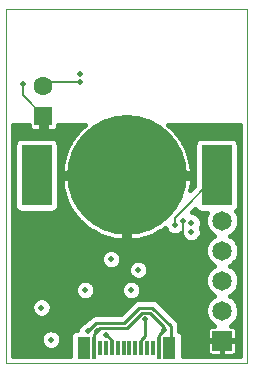
<source format=gbl>
G75*
%MOIN*%
%OFA0B0*%
%FSLAX25Y25*%
%IPPOS*%
%LPD*%
%AMOC8*
5,1,8,0,0,1.08239X$1,22.5*
%
%ADD10C,0.00000*%
%ADD11C,0.40000*%
%ADD12R,0.10000X0.20000*%
%ADD13R,0.04331X0.07480*%
%ADD14R,0.01181X0.07480*%
%ADD15R,0.01181X0.05118*%
%ADD16R,0.06500X0.06500*%
%ADD17C,0.06500*%
%ADD18R,0.06299X0.06299*%
%ADD19C,0.06299*%
%ADD20C,0.01600*%
%ADD21C,0.01981*%
%ADD22C,0.00800*%
%ADD23C,0.00945*%
%ADD24C,0.01000*%
D10*
X0041335Y0037870D02*
X0041335Y0155980D01*
X0121650Y0155980D01*
X0121650Y0037870D01*
X0041335Y0037870D01*
D11*
X0081493Y0100469D03*
D12*
X0051493Y0100469D03*
X0111493Y0100469D03*
D13*
X0095823Y0042791D03*
X0067162Y0042791D03*
D14*
X0070666Y0042791D03*
X0092320Y0042791D03*
D15*
X0090351Y0042791D03*
X0088383Y0042791D03*
X0086414Y0042791D03*
X0084446Y0042791D03*
X0082477Y0042791D03*
X0080509Y0042791D03*
X0078540Y0042791D03*
X0076572Y0042791D03*
X0074603Y0042791D03*
X0072635Y0042791D03*
D16*
X0113383Y0045350D03*
D17*
X0113383Y0055350D03*
X0113383Y0065350D03*
X0113383Y0075350D03*
X0113383Y0085350D03*
D18*
X0053776Y0120193D03*
D19*
X0053776Y0130193D03*
D20*
X0053001Y0117398D02*
X0054551Y0117398D01*
X0054551Y0115243D01*
X0057163Y0115243D01*
X0057621Y0115366D01*
X0058031Y0115603D01*
X0058366Y0115938D01*
X0058603Y0116349D01*
X0058726Y0116806D01*
X0058726Y0117398D01*
X0067747Y0117398D01*
X0066684Y0116489D01*
X0065472Y0115278D01*
X0064360Y0113975D01*
X0063353Y0112589D01*
X0062458Y0111129D01*
X0061680Y0109602D01*
X0061024Y0108020D01*
X0060495Y0106390D01*
X0060095Y0104725D01*
X0059827Y0103033D01*
X0059693Y0101325D01*
X0059693Y0101268D01*
X0080693Y0101268D01*
X0080693Y0099669D01*
X0059693Y0099669D01*
X0059693Y0099612D01*
X0059827Y0097904D01*
X0060095Y0096212D01*
X0060495Y0094547D01*
X0061024Y0092917D01*
X0061680Y0091335D01*
X0062458Y0089808D01*
X0063353Y0088348D01*
X0064360Y0086962D01*
X0065472Y0085659D01*
X0066684Y0084448D01*
X0067986Y0083335D01*
X0069372Y0082328D01*
X0070833Y0081433D01*
X0072359Y0080656D01*
X0073942Y0080000D01*
X0075571Y0079471D01*
X0077237Y0079071D01*
X0078928Y0078803D01*
X0080636Y0078669D01*
X0080693Y0078669D01*
X0080693Y0099668D01*
X0082293Y0099668D01*
X0082293Y0078669D01*
X0082349Y0078669D01*
X0084057Y0078803D01*
X0085749Y0079071D01*
X0087415Y0079471D01*
X0089044Y0080000D01*
X0090627Y0080656D01*
X0092153Y0081433D01*
X0093614Y0082328D01*
X0094394Y0082896D01*
X0094760Y0082012D01*
X0095714Y0081059D01*
X0096960Y0080543D01*
X0098309Y0080543D01*
X0099555Y0081059D01*
X0099756Y0081259D01*
X0099756Y0080896D01*
X0100272Y0079650D01*
X0101226Y0078696D01*
X0102472Y0078180D01*
X0103821Y0078180D01*
X0105067Y0078696D01*
X0106021Y0079650D01*
X0106537Y0080896D01*
X0106537Y0082245D01*
X0106164Y0083146D01*
X0106537Y0084046D01*
X0106537Y0085395D01*
X0106021Y0086641D01*
X0105067Y0087595D01*
X0103821Y0088111D01*
X0103382Y0088111D01*
X0104427Y0089185D01*
X0104458Y0089109D01*
X0105133Y0088434D01*
X0106015Y0088069D01*
X0108393Y0088069D01*
X0107733Y0086474D01*
X0107733Y0084227D01*
X0106537Y0084227D01*
X0107733Y0084227D02*
X0108593Y0082150D01*
X0110182Y0080561D01*
X0110689Y0080350D01*
X0110182Y0080140D01*
X0108593Y0078551D01*
X0107733Y0076474D01*
X0107733Y0074227D01*
X0108593Y0072150D01*
X0110182Y0070561D01*
X0110689Y0070350D01*
X0110182Y0070140D01*
X0108593Y0068551D01*
X0107733Y0066474D01*
X0107733Y0064227D01*
X0108593Y0062150D01*
X0110182Y0060561D01*
X0110689Y0060350D01*
X0110182Y0060140D01*
X0108593Y0058551D01*
X0107733Y0056474D01*
X0107733Y0054227D01*
X0108593Y0052150D01*
X0110182Y0050561D01*
X0110569Y0050400D01*
X0109896Y0050400D01*
X0109438Y0050278D01*
X0109027Y0050041D01*
X0108692Y0049706D01*
X0108455Y0049295D01*
X0108333Y0048837D01*
X0108333Y0045425D01*
X0113307Y0045425D01*
X0113307Y0045275D01*
X0108333Y0045275D01*
X0108333Y0041863D01*
X0108455Y0041406D01*
X0108692Y0040995D01*
X0109027Y0040660D01*
X0109438Y0040423D01*
X0109896Y0040300D01*
X0113308Y0040300D01*
X0113308Y0045275D01*
X0113458Y0045275D01*
X0113458Y0045425D01*
X0118433Y0045425D01*
X0118433Y0048837D01*
X0118310Y0049295D01*
X0118073Y0049706D01*
X0117738Y0050041D01*
X0117327Y0050278D01*
X0116870Y0050400D01*
X0116196Y0050400D01*
X0116583Y0050561D01*
X0118172Y0052150D01*
X0119033Y0054227D01*
X0119033Y0056474D01*
X0118172Y0058551D01*
X0116583Y0060140D01*
X0116076Y0060350D01*
X0116583Y0060561D01*
X0118172Y0062150D01*
X0119033Y0064227D01*
X0119033Y0066474D01*
X0118172Y0068551D01*
X0116583Y0070140D01*
X0116076Y0070350D01*
X0116583Y0070561D01*
X0118172Y0072150D01*
X0119033Y0074227D01*
X0119033Y0076474D01*
X0118172Y0078551D01*
X0116583Y0080140D01*
X0116076Y0080350D01*
X0116583Y0080561D01*
X0118172Y0082150D01*
X0119033Y0084227D01*
X0119250Y0084227D01*
X0119033Y0084227D02*
X0119033Y0086474D01*
X0118172Y0088551D01*
X0118071Y0088652D01*
X0118527Y0089109D01*
X0118893Y0089991D01*
X0118893Y0110946D01*
X0118527Y0111828D01*
X0117852Y0112503D01*
X0116970Y0112868D01*
X0106015Y0112868D01*
X0105133Y0112503D01*
X0104458Y0111828D01*
X0104093Y0110946D01*
X0104093Y0096875D01*
X0102707Y0095450D01*
X0102890Y0096212D01*
X0103158Y0097904D01*
X0103293Y0099612D01*
X0103293Y0099669D01*
X0082293Y0099669D01*
X0082293Y0101268D01*
X0103293Y0101268D01*
X0103293Y0101325D01*
X0103158Y0103033D01*
X0102890Y0104725D01*
X0102490Y0106390D01*
X0101961Y0108020D01*
X0101306Y0109602D01*
X0100528Y0111129D01*
X0099633Y0112589D01*
X0098626Y0113975D01*
X0097513Y0115278D01*
X0096302Y0116489D01*
X0095238Y0117398D01*
X0119250Y0117398D01*
X0119250Y0040270D01*
X0100389Y0040270D01*
X0100389Y0047009D01*
X0100023Y0047891D01*
X0099348Y0048566D01*
X0099157Y0048646D01*
X0099157Y0050848D01*
X0098715Y0051914D01*
X0097899Y0052730D01*
X0092613Y0058017D01*
X0091797Y0058833D01*
X0090731Y0059274D01*
X0085247Y0059274D01*
X0084181Y0058833D01*
X0083365Y0058017D01*
X0083365Y0058017D01*
X0079504Y0054156D01*
X0070680Y0054156D01*
X0069614Y0053714D01*
X0067764Y0051865D01*
X0066580Y0051374D01*
X0065626Y0050421D01*
X0065110Y0049174D01*
X0065110Y0048931D01*
X0064519Y0048931D01*
X0063637Y0048566D01*
X0062962Y0047891D01*
X0062597Y0047009D01*
X0062597Y0040270D01*
X0043735Y0040270D01*
X0043735Y0117398D01*
X0048827Y0117398D01*
X0048827Y0116806D01*
X0048949Y0116349D01*
X0049186Y0115938D01*
X0049521Y0115603D01*
X0049932Y0115366D01*
X0050390Y0115243D01*
X0053001Y0115243D01*
X0053001Y0117398D01*
X0053001Y0116197D02*
X0054551Y0116197D01*
X0058516Y0116197D02*
X0066392Y0116197D01*
X0064892Y0114599D02*
X0043735Y0114599D01*
X0043735Y0116197D02*
X0049037Y0116197D01*
X0046015Y0112868D02*
X0045133Y0112503D01*
X0044458Y0111828D01*
X0044093Y0110946D01*
X0044093Y0089991D01*
X0044458Y0089109D01*
X0045133Y0088434D01*
X0046015Y0088069D01*
X0056970Y0088069D01*
X0057852Y0088434D01*
X0058527Y0089109D01*
X0058893Y0089991D01*
X0058893Y0110946D01*
X0058527Y0111828D01*
X0057852Y0112503D01*
X0056970Y0112868D01*
X0046015Y0112868D01*
X0044282Y0111402D02*
X0043735Y0111402D01*
X0043735Y0113000D02*
X0063651Y0113000D01*
X0062625Y0111402D02*
X0058704Y0111402D01*
X0058893Y0109803D02*
X0061782Y0109803D01*
X0061101Y0108205D02*
X0058893Y0108205D01*
X0058893Y0106606D02*
X0060565Y0106606D01*
X0060163Y0105008D02*
X0058893Y0105008D01*
X0058893Y0103409D02*
X0059887Y0103409D01*
X0059731Y0101811D02*
X0058893Y0101811D01*
X0058893Y0100212D02*
X0080693Y0100212D01*
X0080693Y0098614D02*
X0082293Y0098614D01*
X0082293Y0100212D02*
X0104093Y0100212D01*
X0104093Y0098614D02*
X0103214Y0098614D01*
X0103018Y0097015D02*
X0104093Y0097015D01*
X0104093Y0101811D02*
X0103255Y0101811D01*
X0103099Y0103409D02*
X0104093Y0103409D01*
X0104093Y0105008D02*
X0102822Y0105008D01*
X0102420Y0106606D02*
X0104093Y0106606D01*
X0104093Y0108205D02*
X0101885Y0108205D01*
X0101203Y0109803D02*
X0104093Y0109803D01*
X0104282Y0111402D02*
X0100361Y0111402D01*
X0099334Y0113000D02*
X0119250Y0113000D01*
X0119250Y0111402D02*
X0118704Y0111402D01*
X0118893Y0109803D02*
X0119250Y0109803D01*
X0119250Y0108205D02*
X0118893Y0108205D01*
X0118893Y0106606D02*
X0119250Y0106606D01*
X0119250Y0105008D02*
X0118893Y0105008D01*
X0118893Y0103409D02*
X0119250Y0103409D01*
X0119250Y0101811D02*
X0118893Y0101811D01*
X0118893Y0100212D02*
X0119250Y0100212D01*
X0119250Y0098614D02*
X0118893Y0098614D01*
X0118893Y0097015D02*
X0119250Y0097015D01*
X0119250Y0095416D02*
X0118893Y0095416D01*
X0118893Y0093818D02*
X0119250Y0093818D01*
X0119250Y0092219D02*
X0118893Y0092219D01*
X0118893Y0090621D02*
X0119250Y0090621D01*
X0119250Y0089022D02*
X0118441Y0089022D01*
X0118639Y0087424D02*
X0119250Y0087424D01*
X0119250Y0085825D02*
X0119033Y0085825D01*
X0119250Y0082628D02*
X0118371Y0082628D01*
X0119250Y0081030D02*
X0117052Y0081030D01*
X0117292Y0079431D02*
X0119250Y0079431D01*
X0119250Y0077833D02*
X0118470Y0077833D01*
X0119033Y0076234D02*
X0119250Y0076234D01*
X0119250Y0074636D02*
X0119033Y0074636D01*
X0119250Y0073037D02*
X0118540Y0073037D01*
X0119250Y0071439D02*
X0117461Y0071439D01*
X0116883Y0069840D02*
X0119250Y0069840D01*
X0119250Y0068242D02*
X0118300Y0068242D01*
X0118963Y0066643D02*
X0119250Y0066643D01*
X0119250Y0065045D02*
X0119033Y0065045D01*
X0119250Y0063446D02*
X0118709Y0063446D01*
X0119250Y0061848D02*
X0117870Y0061848D01*
X0119250Y0060249D02*
X0116320Y0060249D01*
X0118072Y0058651D02*
X0119250Y0058651D01*
X0119250Y0057052D02*
X0118793Y0057052D01*
X0119033Y0055454D02*
X0119250Y0055454D01*
X0119250Y0053855D02*
X0118879Y0053855D01*
X0119250Y0052257D02*
X0118217Y0052257D01*
X0119250Y0050658D02*
X0116681Y0050658D01*
X0118373Y0049060D02*
X0119250Y0049060D01*
X0119250Y0047461D02*
X0118433Y0047461D01*
X0118433Y0045863D02*
X0119250Y0045863D01*
X0118433Y0045275D02*
X0113458Y0045275D01*
X0113458Y0040300D01*
X0116870Y0040300D01*
X0117327Y0040423D01*
X0117738Y0040660D01*
X0118073Y0040995D01*
X0118310Y0041406D01*
X0118433Y0041863D01*
X0118433Y0045275D01*
X0118433Y0044264D02*
X0119250Y0044264D01*
X0119250Y0042666D02*
X0118433Y0042666D01*
X0118114Y0041067D02*
X0119250Y0041067D01*
X0113458Y0041067D02*
X0113308Y0041067D01*
X0113308Y0042666D02*
X0113458Y0042666D01*
X0113458Y0044264D02*
X0113308Y0044264D01*
X0108333Y0044264D02*
X0100389Y0044264D01*
X0100389Y0042666D02*
X0108333Y0042666D01*
X0108651Y0041067D02*
X0100389Y0041067D01*
X0100389Y0045863D02*
X0108333Y0045863D01*
X0108333Y0047461D02*
X0100202Y0047461D01*
X0099157Y0049060D02*
X0108392Y0049060D01*
X0110084Y0050658D02*
X0099157Y0050658D01*
X0098373Y0052257D02*
X0108548Y0052257D01*
X0107886Y0053855D02*
X0096774Y0053855D01*
X0097899Y0052730D02*
X0097899Y0052730D01*
X0095176Y0055454D02*
X0107733Y0055454D01*
X0107972Y0057052D02*
X0093577Y0057052D01*
X0092613Y0058017D02*
X0092613Y0058017D01*
X0091979Y0058651D02*
X0108693Y0058651D01*
X0110445Y0060249D02*
X0085832Y0060249D01*
X0085942Y0060359D02*
X0086458Y0061605D01*
X0086458Y0062954D01*
X0085942Y0064200D01*
X0084988Y0065154D01*
X0083742Y0065670D01*
X0082393Y0065670D01*
X0081147Y0065154D01*
X0080193Y0064200D01*
X0079677Y0062954D01*
X0079677Y0061605D01*
X0080193Y0060359D01*
X0081147Y0059405D01*
X0082393Y0058889D01*
X0083742Y0058889D01*
X0084988Y0059405D01*
X0085942Y0060359D01*
X0086458Y0061848D02*
X0108895Y0061848D01*
X0108056Y0063446D02*
X0086254Y0063446D01*
X0085097Y0065045D02*
X0107733Y0065045D01*
X0107803Y0066643D02*
X0087896Y0066643D01*
X0088304Y0067052D02*
X0087350Y0066098D01*
X0086104Y0065582D01*
X0084755Y0065582D01*
X0083509Y0066098D01*
X0082555Y0067052D01*
X0082039Y0068298D01*
X0082039Y0069647D01*
X0082555Y0070893D01*
X0083509Y0071847D01*
X0084755Y0072363D01*
X0086104Y0072363D01*
X0087350Y0071847D01*
X0088304Y0070893D01*
X0088820Y0069647D01*
X0088820Y0068298D01*
X0088304Y0067052D01*
X0088797Y0068242D02*
X0108465Y0068242D01*
X0109882Y0069840D02*
X0088740Y0069840D01*
X0087758Y0071439D02*
X0109304Y0071439D01*
X0108225Y0073037D02*
X0079765Y0073037D01*
X0079765Y0073190D02*
X0079249Y0074436D01*
X0078295Y0075390D01*
X0077049Y0075906D01*
X0075700Y0075906D01*
X0074454Y0075390D01*
X0073500Y0074436D01*
X0072984Y0073190D01*
X0072984Y0071841D01*
X0073500Y0070595D01*
X0074454Y0069641D01*
X0075700Y0069125D01*
X0077049Y0069125D01*
X0078295Y0069641D01*
X0079249Y0070595D01*
X0079765Y0071841D01*
X0079765Y0073190D01*
X0079050Y0074636D02*
X0107733Y0074636D01*
X0107733Y0076234D02*
X0043735Y0076234D01*
X0043735Y0074636D02*
X0073700Y0074636D01*
X0072984Y0073037D02*
X0043735Y0073037D01*
X0043735Y0071439D02*
X0073151Y0071439D01*
X0074255Y0069840D02*
X0043735Y0069840D01*
X0043735Y0068242D02*
X0082063Y0068242D01*
X0082119Y0069840D02*
X0078494Y0069840D01*
X0079598Y0071439D02*
X0083101Y0071439D01*
X0082964Y0066643D02*
X0043735Y0066643D01*
X0043735Y0065045D02*
X0065684Y0065045D01*
X0065793Y0065154D02*
X0064839Y0064200D01*
X0064323Y0062954D01*
X0064323Y0061605D01*
X0064839Y0060359D01*
X0065793Y0059405D01*
X0067039Y0058889D01*
X0068388Y0058889D01*
X0069634Y0059405D01*
X0070588Y0060359D01*
X0071104Y0061605D01*
X0071104Y0062954D01*
X0070588Y0064200D01*
X0069634Y0065154D01*
X0068388Y0065670D01*
X0067039Y0065670D01*
X0065793Y0065154D01*
X0064527Y0063446D02*
X0043735Y0063446D01*
X0043735Y0061848D02*
X0064323Y0061848D01*
X0064949Y0060249D02*
X0043735Y0060249D01*
X0043735Y0058651D02*
X0050628Y0058651D01*
X0050272Y0058295D02*
X0049756Y0057048D01*
X0049756Y0055700D01*
X0050272Y0054453D01*
X0051226Y0053500D01*
X0052472Y0052983D01*
X0053821Y0052983D01*
X0055067Y0053500D01*
X0056021Y0054453D01*
X0056537Y0055700D01*
X0056537Y0057048D01*
X0056021Y0058295D01*
X0055067Y0059248D01*
X0053821Y0059765D01*
X0052472Y0059765D01*
X0051226Y0059248D01*
X0050272Y0058295D01*
X0049757Y0057052D02*
X0043735Y0057052D01*
X0043735Y0055454D02*
X0049858Y0055454D01*
X0050870Y0053855D02*
X0043735Y0053855D01*
X0043735Y0052257D02*
X0068156Y0052257D01*
X0069954Y0053855D02*
X0055422Y0053855D01*
X0056435Y0055454D02*
X0080802Y0055454D01*
X0082400Y0057052D02*
X0056535Y0057052D01*
X0055665Y0058651D02*
X0083999Y0058651D01*
X0080303Y0060249D02*
X0070478Y0060249D01*
X0071104Y0061848D02*
X0079677Y0061848D01*
X0079881Y0063446D02*
X0070900Y0063446D01*
X0069743Y0065045D02*
X0081038Y0065045D01*
X0080693Y0079431D02*
X0082293Y0079431D01*
X0082293Y0081030D02*
X0080693Y0081030D01*
X0080693Y0082628D02*
X0082293Y0082628D01*
X0082293Y0084227D02*
X0080693Y0084227D01*
X0080693Y0085825D02*
X0082293Y0085825D01*
X0082293Y0087424D02*
X0080693Y0087424D01*
X0080693Y0089022D02*
X0082293Y0089022D01*
X0082293Y0090621D02*
X0080693Y0090621D01*
X0080693Y0092219D02*
X0082293Y0092219D01*
X0082293Y0093818D02*
X0080693Y0093818D01*
X0080693Y0095416D02*
X0082293Y0095416D01*
X0082293Y0097015D02*
X0080693Y0097015D01*
X0068959Y0082628D02*
X0043735Y0082628D01*
X0043735Y0081030D02*
X0071625Y0081030D01*
X0075735Y0079431D02*
X0043735Y0079431D01*
X0043735Y0077833D02*
X0108295Y0077833D01*
X0109473Y0079431D02*
X0105802Y0079431D01*
X0106537Y0081030D02*
X0109713Y0081030D01*
X0108395Y0082628D02*
X0106378Y0082628D01*
X0106359Y0085825D02*
X0107733Y0085825D01*
X0108126Y0087424D02*
X0105238Y0087424D01*
X0104545Y0089022D02*
X0104268Y0089022D01*
X0099756Y0081030D02*
X0099486Y0081030D01*
X0100491Y0079431D02*
X0087251Y0079431D01*
X0091361Y0081030D02*
X0095783Y0081030D01*
X0094505Y0082628D02*
X0094026Y0082628D01*
X0066942Y0084227D02*
X0043735Y0084227D01*
X0043735Y0085825D02*
X0065330Y0085825D01*
X0064024Y0087424D02*
X0043735Y0087424D01*
X0043735Y0089022D02*
X0044545Y0089022D01*
X0044093Y0090621D02*
X0043735Y0090621D01*
X0043735Y0092219D02*
X0044093Y0092219D01*
X0044093Y0093818D02*
X0043735Y0093818D01*
X0043735Y0095416D02*
X0044093Y0095416D01*
X0044093Y0097015D02*
X0043735Y0097015D01*
X0043735Y0098614D02*
X0044093Y0098614D01*
X0044093Y0100212D02*
X0043735Y0100212D01*
X0043735Y0101811D02*
X0044093Y0101811D01*
X0044093Y0103409D02*
X0043735Y0103409D01*
X0043735Y0105008D02*
X0044093Y0105008D01*
X0044093Y0106606D02*
X0043735Y0106606D01*
X0043735Y0108205D02*
X0044093Y0108205D01*
X0044093Y0109803D02*
X0043735Y0109803D01*
X0058893Y0098614D02*
X0059771Y0098614D01*
X0059968Y0097015D02*
X0058893Y0097015D01*
X0058893Y0095416D02*
X0060286Y0095416D01*
X0060732Y0093818D02*
X0058893Y0093818D01*
X0058893Y0092219D02*
X0061313Y0092219D01*
X0062044Y0090621D02*
X0058893Y0090621D01*
X0058441Y0089022D02*
X0062939Y0089022D01*
X0096594Y0116197D02*
X0119250Y0116197D01*
X0119250Y0114599D02*
X0098093Y0114599D01*
X0065864Y0050658D02*
X0043735Y0050658D01*
X0043735Y0049060D02*
X0055440Y0049060D01*
X0055621Y0049135D02*
X0054375Y0048618D01*
X0053422Y0047665D01*
X0052905Y0046419D01*
X0052905Y0045070D01*
X0053422Y0043823D01*
X0054375Y0042870D01*
X0055621Y0042354D01*
X0056970Y0042354D01*
X0058217Y0042870D01*
X0059170Y0043823D01*
X0059686Y0045070D01*
X0059686Y0046419D01*
X0059170Y0047665D01*
X0058217Y0048618D01*
X0056970Y0049135D01*
X0055621Y0049135D01*
X0057151Y0049060D02*
X0065110Y0049060D01*
X0062784Y0047461D02*
X0059255Y0047461D01*
X0059686Y0045863D02*
X0062597Y0045863D01*
X0062597Y0044264D02*
X0059353Y0044264D01*
X0057724Y0042666D02*
X0062597Y0042666D01*
X0062597Y0041067D02*
X0043735Y0041067D01*
X0043735Y0042666D02*
X0054868Y0042666D01*
X0053239Y0044264D02*
X0043735Y0044264D01*
X0043735Y0045863D02*
X0052905Y0045863D01*
X0053337Y0047461D02*
X0043735Y0047461D01*
D21*
X0045272Y0043776D03*
X0056296Y0045744D03*
X0063383Y0052831D03*
X0068501Y0048500D03*
X0071650Y0048500D03*
X0074800Y0047319D03*
X0087792Y0052437D03*
X0094091Y0048894D03*
X0095666Y0058343D03*
X0094485Y0069366D03*
X0099603Y0075665D03*
X0103146Y0081571D03*
X0103146Y0084720D03*
X0100390Y0085114D03*
X0097635Y0083933D03*
X0085430Y0068972D03*
X0083068Y0062280D03*
X0076375Y0072516D03*
X0067713Y0062280D03*
X0053146Y0056374D03*
X0100784Y0115035D03*
X0111414Y0113067D03*
X0066138Y0131571D03*
X0066138Y0134327D03*
X0046847Y0130783D03*
D22*
X0046847Y0127122D01*
X0053776Y0120193D01*
X0053776Y0130193D02*
X0055154Y0131571D01*
X0066138Y0131571D01*
X0111493Y0100469D02*
X0097635Y0086217D01*
X0097635Y0083933D01*
X0100390Y0085114D02*
X0100390Y0076453D01*
X0099603Y0075665D01*
D23*
X0087792Y0052437D02*
X0087792Y0046925D01*
X0086414Y0045547D01*
X0086414Y0042791D01*
D24*
X0092320Y0042791D02*
X0092320Y0047122D01*
X0094091Y0048894D01*
X0094091Y0049878D01*
X0089367Y0054602D01*
X0086808Y0054602D01*
X0081690Y0049484D01*
X0072635Y0049484D01*
X0071650Y0048500D01*
X0070666Y0047516D01*
X0070666Y0042791D01*
X0076572Y0042791D02*
X0076572Y0045547D01*
X0074800Y0047319D01*
X0071257Y0051256D02*
X0080705Y0051256D01*
X0085823Y0056374D01*
X0090154Y0056374D01*
X0096257Y0050272D01*
X0096257Y0043224D01*
X0095823Y0042791D01*
X0071257Y0051256D02*
X0068501Y0048500D01*
M02*

</source>
